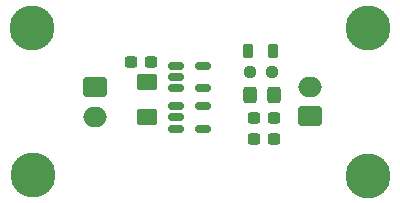
<source format=gbr>
%TF.GenerationSoftware,KiCad,Pcbnew,9.0.0*%
%TF.CreationDate,2025-04-24T23:51:43+03:00*%
%TF.ProjectId,3v3,3376332e-6b69-4636-9164-5f7063625858,rev?*%
%TF.SameCoordinates,Original*%
%TF.FileFunction,Soldermask,Top*%
%TF.FilePolarity,Negative*%
%FSLAX46Y46*%
G04 Gerber Fmt 4.6, Leading zero omitted, Abs format (unit mm)*
G04 Created by KiCad (PCBNEW 9.0.0) date 2025-04-24 23:51:43*
%MOMM*%
%LPD*%
G01*
G04 APERTURE LIST*
G04 Aperture macros list*
%AMRoundRect*
0 Rectangle with rounded corners*
0 $1 Rounding radius*
0 $2 $3 $4 $5 $6 $7 $8 $9 X,Y pos of 4 corners*
0 Add a 4 corners polygon primitive as box body*
4,1,4,$2,$3,$4,$5,$6,$7,$8,$9,$2,$3,0*
0 Add four circle primitives for the rounded corners*
1,1,$1+$1,$2,$3*
1,1,$1+$1,$4,$5*
1,1,$1+$1,$6,$7*
1,1,$1+$1,$8,$9*
0 Add four rect primitives between the rounded corners*
20,1,$1+$1,$2,$3,$4,$5,0*
20,1,$1+$1,$4,$5,$6,$7,0*
20,1,$1+$1,$6,$7,$8,$9,0*
20,1,$1+$1,$8,$9,$2,$3,0*%
G04 Aperture macros list end*
%ADD10RoundRect,0.237500X0.300000X0.237500X-0.300000X0.237500X-0.300000X-0.237500X0.300000X-0.237500X0*%
%ADD11RoundRect,0.250000X-0.325000X-0.450000X0.325000X-0.450000X0.325000X0.450000X-0.325000X0.450000X0*%
%ADD12RoundRect,0.218750X-0.218750X-0.381250X0.218750X-0.381250X0.218750X0.381250X-0.218750X0.381250X0*%
%ADD13C,2.600000*%
%ADD14C,3.800000*%
%ADD15RoundRect,0.237500X-0.250000X-0.237500X0.250000X-0.237500X0.250000X0.237500X-0.250000X0.237500X0*%
%ADD16RoundRect,0.150000X-0.512500X-0.150000X0.512500X-0.150000X0.512500X0.150000X-0.512500X0.150000X0*%
%ADD17RoundRect,0.250000X-0.750000X0.600000X-0.750000X-0.600000X0.750000X-0.600000X0.750000X0.600000X0*%
%ADD18O,2.000000X1.700000*%
%ADD19RoundRect,0.250000X0.750000X-0.600000X0.750000X0.600000X-0.750000X0.600000X-0.750000X-0.600000X0*%
%ADD20RoundRect,0.250001X-0.624999X0.462499X-0.624999X-0.462499X0.624999X-0.462499X0.624999X0.462499X0*%
%ADD21RoundRect,0.237500X-0.300000X-0.237500X0.300000X-0.237500X0.300000X0.237500X-0.300000X0.237500X0*%
G04 APERTURE END LIST*
D10*
%TO.C,C12*%
X81985300Y-102890000D03*
X80260300Y-102890000D03*
%TD*%
D11*
%TO.C,D2*%
X79920000Y-99130800D03*
X81970000Y-99130800D03*
%TD*%
D12*
%TO.C,L3*%
X79806300Y-95397000D03*
X81931300Y-95397000D03*
%TD*%
D13*
%TO.C,H5*%
X89962000Y-105968754D03*
D14*
X89962000Y-105968754D03*
%TD*%
D15*
%TO.C,RLd*%
X79956300Y-97225800D03*
X81781300Y-97225800D03*
%TD*%
D10*
%TO.C,C10*%
X71596700Y-96311400D03*
X69871700Y-96311400D03*
%TD*%
D16*
%TO.C,U3*%
X73711500Y-100085800D03*
X73711500Y-101035800D03*
X73711500Y-101985800D03*
X75986500Y-101985800D03*
X75986500Y-100085800D03*
%TD*%
D17*
%TO.C,J4*%
X66848000Y-98495800D03*
D18*
X66848000Y-100995800D03*
%TD*%
D13*
%TO.C,H8*%
X61599050Y-105913700D03*
D14*
X61599050Y-105913700D03*
%TD*%
D13*
%TO.C,H7*%
X61488600Y-93446554D03*
D14*
X61488600Y-93446554D03*
%TD*%
D19*
%TO.C,J5*%
X85013800Y-100939600D03*
D18*
X85013800Y-98439600D03*
%TD*%
D16*
%TO.C,U2*%
X73711500Y-96641600D03*
X73711500Y-97591600D03*
X73711500Y-98541600D03*
X75986500Y-98541600D03*
X75986500Y-96641600D03*
%TD*%
D13*
%TO.C,H6*%
X89962000Y-93421154D03*
D14*
X89962000Y-93421154D03*
%TD*%
D20*
%TO.C,F2*%
X71191400Y-98024300D03*
X71191400Y-100999300D03*
%TD*%
D21*
%TO.C,C11*%
X80260300Y-101112000D03*
X81985300Y-101112000D03*
%TD*%
M02*

</source>
